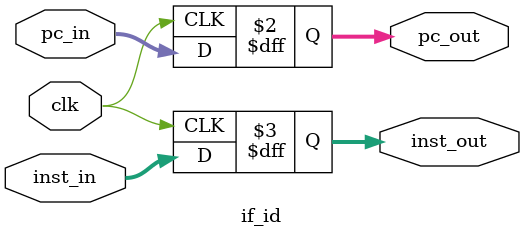
<source format=v>
`timescale 1ns / 1ps

module if_id(clk, pc_in, inst_in, pc_out, inst_out);
    //Inputs
    input clk;
    input [31:0] pc_in;
    input [31:0] inst_in;
    
    //Outputs
    output reg [31:0] pc_out;
    output reg [31:0] inst_out;
    
    always@(negedge clk)
    begin
        pc_out = pc_in;
        inst_out = inst_in;
    end

endmodule

</source>
